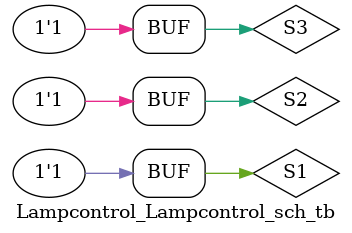
<source format=v>

`timescale 1ns / 1ps

module Lampcontrol_Lampcontrol_sch_tb();

// Inputs
   reg S3;
   reg S2;
   reg S1;

// Output
   wire F;

// Bidirs

// Instantiate the UUT
   Lampcontrol UUT (
		.F(F), 
		.S3(S3), 
		.S2(S2), 
		.S1(S1)
   );
// Initialize Inputs
	initial begin
	S3=0;S2=0; S1=0;#50;
	           S1=1; #50;
		 S2=1;S1=0; #50;
              S1=1; #50;
    S3=1;S2=0;S1=0; #50;
              S1=1; #50; 
         S2=1;S1=0; #50;
		      S1=1; #50;
	end
endmodule
</source>
